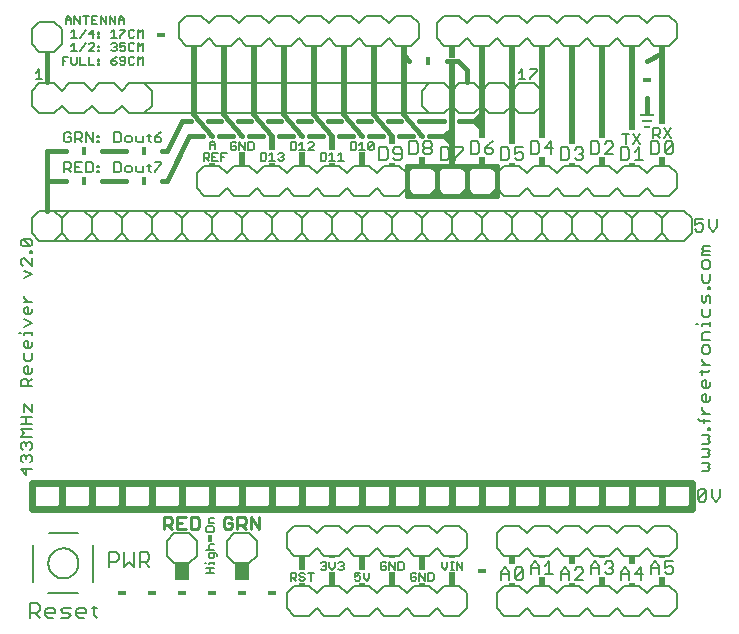
<source format=gto>
G75*
G70*
%OFA0B0*%
%FSLAX24Y24*%
%IPPOS*%
%LPD*%
%AMOC8*
5,1,8,0,0,1.08239X$1,22.5*
%
%ADD10C,0.0080*%
%ADD11C,0.0090*%
%ADD12R,0.0500X0.0550*%
%ADD13C,0.0050*%
%ADD14C,0.0070*%
%ADD15R,0.0200X0.0450*%
%ADD16R,0.0200X0.0100*%
%ADD17R,0.0200X0.0300*%
%ADD18R,0.0200X0.2800*%
%ADD19C,0.0220*%
%ADD20C,0.0240*%
%ADD21R,0.0200X0.2600*%
%ADD22R,0.0200X0.3100*%
%ADD23R,0.0200X0.3300*%
%ADD24R,0.0200X0.3400*%
%ADD25R,0.0200X0.2300*%
%ADD26C,0.0160*%
%ADD27C,0.0060*%
%ADD28C,0.0100*%
%ADD29R,0.0200X0.0500*%
%ADD30R,0.0200X0.0400*%
%ADD31R,0.0500X0.0100*%
%ADD32R,0.0360X0.0100*%
%ADD33R,0.0300X0.0180*%
%ADD34R,0.0180X0.0300*%
D10*
X000642Y000994D02*
X000642Y001475D01*
X000882Y001475D01*
X000962Y001395D01*
X000962Y001235D01*
X000882Y001154D01*
X000642Y001154D01*
X000802Y001154D02*
X000962Y000994D01*
X001157Y001074D02*
X001157Y001235D01*
X001237Y001315D01*
X001397Y001315D01*
X001477Y001235D01*
X001477Y001154D01*
X001157Y001154D01*
X001157Y001074D02*
X001237Y000994D01*
X001397Y000994D01*
X001673Y000994D02*
X001913Y000994D01*
X001993Y001074D01*
X001913Y001154D01*
X001753Y001154D01*
X001673Y001235D01*
X001753Y001315D01*
X001993Y001315D01*
X002188Y001235D02*
X002188Y001074D01*
X002269Y000994D01*
X002429Y000994D01*
X002509Y001154D02*
X002188Y001154D01*
X002188Y001235D02*
X002269Y001315D01*
X002429Y001315D01*
X002509Y001235D01*
X002509Y001154D01*
X002704Y001315D02*
X002864Y001315D01*
X002784Y001395D02*
X002784Y001074D01*
X002864Y000994D01*
X002240Y001804D02*
X001252Y001804D01*
X000752Y002198D02*
X000752Y003411D01*
X001263Y003804D02*
X002240Y003804D01*
X002752Y003411D02*
X002752Y002198D01*
X003272Y002694D02*
X003272Y003175D01*
X003512Y003175D01*
X003592Y003095D01*
X003592Y002935D01*
X003512Y002854D01*
X003272Y002854D01*
X003787Y002694D02*
X003787Y003175D01*
X004107Y003175D02*
X004107Y002694D01*
X003947Y002854D01*
X003787Y002694D01*
X004303Y002694D02*
X004303Y003175D01*
X004543Y003175D01*
X004623Y003095D01*
X004623Y002935D01*
X004543Y002854D01*
X004303Y002854D01*
X004463Y002854D02*
X004623Y002694D01*
X005202Y003054D02*
X005452Y002804D01*
X005952Y002804D01*
X006202Y003054D01*
X006202Y003554D01*
X005952Y003804D01*
X005452Y003804D01*
X005202Y003554D01*
X005202Y003054D01*
X005452Y004554D02*
X004952Y004554D01*
X004702Y004804D01*
X004452Y004554D01*
X003952Y004554D01*
X003702Y004804D01*
X003452Y004554D01*
X002952Y004554D01*
X002702Y004804D01*
X002452Y004554D01*
X001952Y004554D01*
X001702Y004804D01*
X001452Y004554D01*
X000952Y004554D01*
X000702Y004804D01*
X000702Y005304D01*
X000952Y005554D01*
X001452Y005554D01*
X001702Y005304D01*
X001952Y005554D01*
X002452Y005554D01*
X002702Y005304D01*
X002952Y005554D01*
X003452Y005554D01*
X003702Y005304D01*
X003952Y005554D01*
X004452Y005554D01*
X004702Y005304D01*
X004952Y005554D01*
X005452Y005554D01*
X005702Y005304D01*
X005952Y005554D01*
X006452Y005554D01*
X006702Y005304D01*
X006952Y005554D01*
X007452Y005554D01*
X007702Y005304D01*
X007952Y005554D01*
X008452Y005554D01*
X008702Y005304D01*
X008952Y005554D01*
X009452Y005554D01*
X009702Y005304D01*
X009952Y005554D01*
X010452Y005554D01*
X010702Y005304D01*
X010952Y005554D01*
X011452Y005554D01*
X011702Y005304D01*
X011952Y005554D01*
X012452Y005554D01*
X012702Y005304D01*
X012952Y005554D01*
X013452Y005554D01*
X013702Y005304D01*
X013952Y005554D01*
X014452Y005554D01*
X014702Y005304D01*
X014952Y005554D01*
X015452Y005554D01*
X015702Y005304D01*
X015952Y005554D01*
X016452Y005554D01*
X016702Y005304D01*
X016952Y005554D01*
X017452Y005554D01*
X017702Y005304D01*
X017952Y005554D01*
X018452Y005554D01*
X018702Y005304D01*
X018952Y005554D01*
X019452Y005554D01*
X019702Y005304D01*
X019952Y005554D01*
X020452Y005554D01*
X020702Y005304D01*
X020952Y005554D01*
X021452Y005554D01*
X021702Y005304D01*
X021952Y005554D01*
X022452Y005554D01*
X022702Y005304D01*
X022702Y004804D01*
X022452Y004554D01*
X021952Y004554D01*
X021702Y004804D01*
X021452Y004554D01*
X020952Y004554D01*
X020702Y004804D01*
X020452Y004554D01*
X019952Y004554D01*
X019702Y004804D01*
X019452Y004554D01*
X018952Y004554D01*
X018702Y004804D01*
X018452Y004554D01*
X017952Y004554D01*
X017702Y004804D01*
X017452Y004554D01*
X016952Y004554D01*
X016702Y004804D01*
X016452Y004554D01*
X015952Y004554D01*
X015702Y004804D01*
X015452Y004554D01*
X014952Y004554D01*
X014702Y004804D01*
X014452Y004554D01*
X013952Y004554D01*
X013702Y004804D01*
X013452Y004554D01*
X012952Y004554D01*
X012702Y004804D01*
X012452Y004554D01*
X011952Y004554D01*
X011702Y004804D01*
X011452Y004554D01*
X010952Y004554D01*
X010702Y004804D01*
X010452Y004554D01*
X009952Y004554D01*
X009702Y004804D01*
X009452Y004554D01*
X008952Y004554D01*
X008702Y004804D01*
X008452Y004554D01*
X007952Y004554D01*
X007702Y004804D01*
X007452Y004554D01*
X006952Y004554D01*
X006702Y004804D01*
X006452Y004554D01*
X005952Y004554D01*
X005702Y004804D01*
X005452Y004554D01*
X007202Y003554D02*
X007202Y003054D01*
X007452Y002804D01*
X007952Y002804D01*
X008202Y003054D01*
X008202Y003554D01*
X007952Y003804D01*
X007452Y003804D01*
X007202Y003554D01*
X009202Y003304D02*
X009452Y003054D01*
X009952Y003054D01*
X010202Y003304D01*
X010452Y003054D01*
X010952Y003054D01*
X011202Y003304D01*
X011452Y003054D01*
X011952Y003054D01*
X012202Y003304D01*
X012452Y003054D01*
X012952Y003054D01*
X013202Y003304D01*
X013452Y003054D01*
X013952Y003054D01*
X014202Y003304D01*
X014452Y003054D01*
X014952Y003054D01*
X015202Y003304D01*
X015202Y003804D01*
X014952Y004054D01*
X014452Y004054D01*
X014202Y003804D01*
X013952Y004054D01*
X013452Y004054D01*
X013202Y003804D01*
X012952Y004054D01*
X012452Y004054D01*
X012202Y003804D01*
X011952Y004054D01*
X011452Y004054D01*
X011202Y003804D01*
X010952Y004054D01*
X010452Y004054D01*
X010202Y003804D01*
X009952Y004054D01*
X009452Y004054D01*
X009202Y003804D01*
X009202Y003304D01*
X009452Y002054D02*
X009202Y001804D01*
X009202Y001304D01*
X009452Y001054D01*
X009952Y001054D01*
X010202Y001304D01*
X010452Y001054D01*
X010952Y001054D01*
X011202Y001304D01*
X011452Y001054D01*
X011952Y001054D01*
X012202Y001304D01*
X012452Y001054D01*
X012952Y001054D01*
X013202Y001304D01*
X013452Y001054D01*
X013952Y001054D01*
X014202Y001304D01*
X014452Y001054D01*
X014952Y001054D01*
X015202Y001304D01*
X015202Y001804D01*
X014952Y002054D01*
X014452Y002054D01*
X014202Y001804D01*
X013952Y002054D01*
X013452Y002054D01*
X013202Y001804D01*
X012952Y002054D01*
X012452Y002054D01*
X012202Y001804D01*
X011952Y002054D01*
X011452Y002054D01*
X011202Y001804D01*
X010952Y002054D01*
X010452Y002054D01*
X010202Y001804D01*
X009952Y002054D01*
X009452Y002054D01*
X016202Y001804D02*
X016202Y001304D01*
X016452Y001054D01*
X016952Y001054D01*
X017202Y001304D01*
X017452Y001054D01*
X017952Y001054D01*
X018202Y001304D01*
X018452Y001054D01*
X018952Y001054D01*
X019202Y001304D01*
X019452Y001054D01*
X019952Y001054D01*
X020202Y001304D01*
X020452Y001054D01*
X020952Y001054D01*
X021202Y001304D01*
X021452Y001054D01*
X021952Y001054D01*
X022202Y001304D01*
X022202Y001804D01*
X021952Y002054D01*
X021452Y002054D01*
X021202Y001804D01*
X020952Y002054D01*
X020452Y002054D01*
X020202Y001804D01*
X019952Y002054D01*
X019452Y002054D01*
X019202Y001804D01*
X018952Y002054D01*
X018452Y002054D01*
X018202Y001804D01*
X017952Y002054D01*
X017452Y002054D01*
X017202Y001804D01*
X016952Y002054D01*
X016452Y002054D01*
X016202Y001804D01*
X016452Y003054D02*
X016952Y003054D01*
X017202Y003304D01*
X017452Y003054D01*
X017952Y003054D01*
X018202Y003304D01*
X018452Y003054D01*
X018952Y003054D01*
X019202Y003304D01*
X019452Y003054D01*
X019952Y003054D01*
X020202Y003304D01*
X020452Y003054D01*
X020952Y003054D01*
X021202Y003304D01*
X021452Y003054D01*
X021952Y003054D01*
X022202Y003304D01*
X022202Y003804D01*
X021952Y004054D01*
X021452Y004054D01*
X021202Y003804D01*
X020952Y004054D01*
X020452Y004054D01*
X020202Y003804D01*
X019952Y004054D01*
X019452Y004054D01*
X019202Y003804D01*
X018952Y004054D01*
X018452Y004054D01*
X018202Y003804D01*
X017952Y004054D01*
X017452Y004054D01*
X017202Y003804D01*
X016952Y004054D01*
X016452Y004054D01*
X016202Y003804D01*
X016202Y003304D01*
X016452Y003054D01*
X022902Y004934D02*
X023182Y005215D01*
X023182Y004934D01*
X023112Y004864D01*
X022972Y004864D01*
X022902Y004934D01*
X022902Y005215D01*
X022972Y005285D01*
X023112Y005285D01*
X023182Y005215D01*
X023362Y005285D02*
X023362Y005004D01*
X023502Y004864D01*
X023642Y005004D01*
X023642Y005285D01*
X023252Y005874D02*
X023041Y005874D01*
X023252Y005874D02*
X023322Y005944D01*
X023252Y006014D01*
X023322Y006084D01*
X023252Y006155D01*
X023041Y006155D01*
X023041Y006335D02*
X023252Y006335D01*
X023322Y006405D01*
X023252Y006475D01*
X023322Y006545D01*
X023252Y006615D01*
X023041Y006615D01*
X023041Y006795D02*
X023252Y006795D01*
X023322Y006865D01*
X023252Y006935D01*
X023322Y007005D01*
X023252Y007075D01*
X023041Y007075D01*
X023252Y007255D02*
X023252Y007325D01*
X023322Y007325D01*
X023322Y007255D01*
X023252Y007255D01*
X023111Y007486D02*
X023111Y007626D01*
X022971Y007556D02*
X023322Y007556D01*
X023322Y007792D02*
X023041Y007792D01*
X023181Y007792D02*
X023041Y007933D01*
X023041Y008003D01*
X023111Y008176D02*
X023041Y008246D01*
X023041Y008386D01*
X023111Y008456D01*
X023181Y008456D01*
X023181Y008176D01*
X023111Y008176D02*
X023252Y008176D01*
X023322Y008246D01*
X023322Y008386D01*
X023252Y008636D02*
X023111Y008636D01*
X023041Y008706D01*
X023041Y008847D01*
X023111Y008917D01*
X023181Y008917D01*
X023181Y008636D01*
X023252Y008636D02*
X023322Y008706D01*
X023322Y008847D01*
X023252Y009167D02*
X022971Y009167D01*
X023041Y009097D02*
X023041Y009237D01*
X023041Y009404D02*
X023322Y009404D01*
X023181Y009404D02*
X023041Y009544D01*
X023041Y009614D01*
X023111Y009787D02*
X023041Y009857D01*
X023041Y009997D01*
X023111Y010068D01*
X023252Y010068D01*
X023322Y009997D01*
X023322Y009857D01*
X023252Y009787D01*
X023111Y009787D01*
X023041Y010248D02*
X023041Y010458D01*
X023111Y010528D01*
X023322Y010528D01*
X023322Y010708D02*
X023322Y010848D01*
X023322Y010778D02*
X023041Y010778D01*
X023041Y010708D01*
X022901Y010778D02*
X022831Y010778D01*
X023111Y011015D02*
X023041Y011085D01*
X023041Y011295D01*
X023111Y011475D02*
X023041Y011545D01*
X023041Y011755D01*
X023181Y011685D02*
X023181Y011545D01*
X023111Y011475D01*
X023322Y011475D02*
X023322Y011685D01*
X023252Y011755D01*
X023181Y011685D01*
X023252Y011936D02*
X023252Y012006D01*
X023322Y012006D01*
X023322Y011936D01*
X023252Y011936D01*
X023252Y012166D02*
X023322Y012236D01*
X023322Y012446D01*
X023252Y012626D02*
X023322Y012696D01*
X023322Y012836D01*
X023252Y012906D01*
X023111Y012906D01*
X023041Y012836D01*
X023041Y012696D01*
X023111Y012626D01*
X023252Y012626D01*
X023041Y012446D02*
X023041Y012236D01*
X023111Y012166D01*
X023252Y012166D01*
X023322Y011295D02*
X023322Y011085D01*
X023252Y011015D01*
X023111Y011015D01*
X023041Y010248D02*
X023322Y010248D01*
X023322Y009237D02*
X023252Y009167D01*
X022901Y007626D02*
X022971Y007556D01*
X023041Y013086D02*
X023041Y013156D01*
X023111Y013227D01*
X023041Y013297D01*
X023111Y013367D01*
X023322Y013367D01*
X023322Y013227D02*
X023111Y013227D01*
X023041Y013086D02*
X023322Y013086D01*
X023402Y013864D02*
X023542Y014004D01*
X023542Y014285D01*
X023262Y014285D02*
X023262Y014004D01*
X023402Y013864D01*
X023082Y013934D02*
X023012Y013864D01*
X022872Y013864D01*
X022802Y013934D01*
X022802Y014074D02*
X022942Y014145D01*
X023012Y014145D01*
X023082Y014074D01*
X023082Y013934D01*
X022802Y014074D02*
X022802Y014285D01*
X023082Y014285D01*
X022702Y014304D02*
X022702Y013804D01*
X022452Y013554D01*
X021952Y013554D01*
X021702Y013804D01*
X021452Y013554D01*
X020952Y013554D01*
X020702Y013804D01*
X020452Y013554D01*
X019952Y013554D01*
X019702Y013804D01*
X019452Y013554D01*
X018952Y013554D01*
X018702Y013804D01*
X018452Y013554D01*
X017952Y013554D01*
X017702Y013804D01*
X017452Y013554D01*
X016952Y013554D01*
X016702Y013804D01*
X016452Y013554D01*
X015952Y013554D01*
X015702Y013804D01*
X015452Y013554D01*
X014952Y013554D01*
X014702Y013804D01*
X014452Y013554D01*
X013952Y013554D01*
X013702Y013804D01*
X013452Y013554D01*
X012952Y013554D01*
X012702Y013804D01*
X012452Y013554D01*
X011952Y013554D01*
X011702Y013804D01*
X011452Y013554D01*
X010952Y013554D01*
X010702Y013804D01*
X010452Y013554D01*
X009952Y013554D01*
X009702Y013804D01*
X009452Y013554D01*
X008952Y013554D01*
X008702Y013804D01*
X008452Y013554D01*
X007952Y013554D01*
X007702Y013804D01*
X007452Y013554D01*
X006952Y013554D01*
X006702Y013804D01*
X006452Y013554D01*
X005952Y013554D01*
X005702Y013804D01*
X005452Y013554D01*
X004952Y013554D01*
X004702Y013804D01*
X004452Y013554D01*
X003952Y013554D01*
X003702Y013804D01*
X003452Y013554D01*
X002952Y013554D01*
X002702Y013804D01*
X002452Y013554D01*
X001952Y013554D01*
X001702Y013804D01*
X001452Y013554D01*
X000952Y013554D01*
X000702Y013804D01*
X000702Y014304D01*
X000952Y014554D01*
X001452Y014554D01*
X001702Y014304D01*
X001952Y014554D01*
X002452Y014554D01*
X002702Y014304D01*
X002952Y014554D01*
X003452Y014554D01*
X003702Y014304D01*
X003952Y014554D01*
X004452Y014554D01*
X004702Y014304D01*
X004952Y014554D01*
X005452Y014554D01*
X005702Y014304D01*
X005952Y014554D01*
X006452Y014554D01*
X006702Y014304D01*
X006952Y014554D01*
X007452Y014554D01*
X007702Y014304D01*
X007952Y014554D01*
X008452Y014554D01*
X008702Y014304D01*
X008952Y014554D01*
X009452Y014554D01*
X009702Y014304D01*
X009952Y014554D01*
X010452Y014554D01*
X010702Y014304D01*
X010952Y014554D01*
X011452Y014554D01*
X011702Y014304D01*
X011952Y014554D01*
X012452Y014554D01*
X012702Y014304D01*
X012952Y014554D01*
X013452Y014554D01*
X013702Y014304D01*
X013952Y014554D01*
X014452Y014554D01*
X014702Y014304D01*
X014952Y014554D01*
X015452Y014554D01*
X015702Y014304D01*
X015952Y014554D01*
X016452Y014554D01*
X016702Y014304D01*
X016952Y014554D01*
X017452Y014554D01*
X017702Y014304D01*
X017952Y014554D01*
X018452Y014554D01*
X018702Y014304D01*
X018952Y014554D01*
X019452Y014554D01*
X019702Y014304D01*
X019952Y014554D01*
X020452Y014554D01*
X020702Y014304D01*
X020952Y014554D01*
X021452Y014554D01*
X021702Y014304D01*
X021952Y014554D01*
X022452Y014554D01*
X022702Y014304D01*
X022202Y014554D02*
X001202Y014554D01*
X001702Y014304D02*
X001702Y013804D01*
X001202Y013554D02*
X022052Y013554D01*
X021702Y013804D02*
X021702Y014304D01*
X021952Y015054D02*
X021452Y015054D01*
X021202Y015304D01*
X020952Y015054D01*
X020452Y015054D01*
X020202Y015304D01*
X019952Y015054D01*
X019452Y015054D01*
X019202Y015304D01*
X018952Y015054D01*
X018452Y015054D01*
X018202Y015304D01*
X017952Y015054D01*
X017452Y015054D01*
X017202Y015304D01*
X016952Y015054D01*
X016452Y015054D01*
X016202Y015304D01*
X015952Y015054D01*
X015452Y015054D01*
X015202Y015304D01*
X014952Y015054D01*
X014452Y015054D01*
X014202Y015304D01*
X014202Y015804D01*
X014452Y016054D01*
X014952Y016054D01*
X015202Y015804D01*
X015452Y016054D01*
X015952Y016054D01*
X016202Y015804D01*
X016452Y016054D01*
X016952Y016054D01*
X017202Y015804D01*
X017452Y016054D01*
X017952Y016054D01*
X018202Y015804D01*
X018452Y016054D01*
X018952Y016054D01*
X019202Y015804D01*
X019452Y016054D01*
X019952Y016054D01*
X020202Y015804D01*
X020452Y016054D01*
X020952Y016054D01*
X021202Y015804D01*
X021452Y016054D01*
X021952Y016054D01*
X022202Y015804D01*
X022202Y015304D01*
X021952Y015054D01*
X020702Y014304D02*
X020702Y013804D01*
X019702Y013804D02*
X019702Y014304D01*
X018702Y014304D02*
X018702Y013804D01*
X017702Y013804D02*
X017702Y014304D01*
X016702Y014304D02*
X016702Y013804D01*
X015702Y013804D02*
X015702Y014304D01*
X014702Y014304D02*
X014702Y013804D01*
X013702Y013804D02*
X013702Y014304D01*
X013952Y015054D02*
X013452Y015054D01*
X013202Y015304D01*
X012952Y015054D01*
X012452Y015054D01*
X012202Y015304D01*
X011952Y015054D01*
X011452Y015054D01*
X011202Y015304D01*
X010952Y015054D01*
X010452Y015054D01*
X010202Y015304D01*
X009952Y015054D01*
X009452Y015054D01*
X009202Y015304D01*
X008952Y015054D01*
X008452Y015054D01*
X008202Y015304D01*
X007952Y015054D01*
X007452Y015054D01*
X007202Y015304D01*
X006952Y015054D01*
X006452Y015054D01*
X006202Y015304D01*
X006202Y015804D01*
X006452Y016054D01*
X006952Y016054D01*
X007202Y015804D01*
X007452Y016054D01*
X007952Y016054D01*
X008202Y015804D01*
X008452Y016054D01*
X008952Y016054D01*
X009202Y015804D01*
X009452Y016054D01*
X009952Y016054D01*
X010202Y015804D01*
X010452Y016054D01*
X010952Y016054D01*
X011202Y015804D01*
X011452Y016054D01*
X011952Y016054D01*
X012202Y015804D01*
X012452Y016054D01*
X012952Y016054D01*
X013202Y015804D01*
X013452Y016054D01*
X013952Y016054D01*
X014202Y015804D01*
X014202Y015304D01*
X013952Y015054D01*
X012702Y014304D02*
X012702Y013804D01*
X011702Y013804D02*
X011702Y014304D01*
X010702Y014304D02*
X010702Y013804D01*
X009702Y013804D02*
X009702Y014304D01*
X008702Y014304D02*
X008702Y013804D01*
X007702Y013804D02*
X007702Y014304D01*
X006702Y014304D02*
X006702Y013804D01*
X005702Y013804D02*
X005702Y014304D01*
X004702Y014304D02*
X004702Y013804D01*
X003702Y013804D02*
X003702Y014304D01*
X002702Y014304D02*
X002702Y013804D01*
X000712Y013558D02*
X000712Y013431D01*
X000648Y013368D01*
X000395Y013622D01*
X000648Y013622D01*
X000712Y013558D01*
X000648Y013368D02*
X000395Y013368D01*
X000331Y013431D01*
X000331Y013558D01*
X000395Y013622D01*
X000648Y013220D02*
X000712Y013220D01*
X000712Y013156D01*
X000648Y013156D01*
X000648Y013220D01*
X000712Y012986D02*
X000712Y012733D01*
X000458Y012986D01*
X000395Y012986D01*
X000331Y012923D01*
X000331Y012796D01*
X000395Y012733D01*
X000458Y012563D02*
X000712Y012436D01*
X000458Y012309D01*
X000458Y011723D02*
X000458Y011660D01*
X000585Y011533D01*
X000712Y011533D02*
X000458Y011533D01*
X000521Y011363D02*
X000458Y011299D01*
X000458Y011173D01*
X000521Y011109D01*
X000648Y011109D01*
X000712Y011173D01*
X000712Y011299D01*
X000585Y011363D02*
X000585Y011109D01*
X000458Y010939D02*
X000712Y010812D01*
X000458Y010686D01*
X000458Y010467D02*
X000712Y010467D01*
X000712Y010530D02*
X000712Y010403D01*
X000585Y010233D02*
X000585Y009980D01*
X000648Y009980D02*
X000521Y009980D01*
X000458Y010043D01*
X000458Y010170D01*
X000521Y010233D01*
X000585Y010233D01*
X000712Y010170D02*
X000712Y010043D01*
X000648Y009980D01*
X000712Y009810D02*
X000712Y009620D01*
X000648Y009556D01*
X000521Y009556D01*
X000458Y009620D01*
X000458Y009810D01*
X000521Y009386D02*
X000458Y009323D01*
X000458Y009196D01*
X000521Y009133D01*
X000648Y009133D01*
X000712Y009196D01*
X000712Y009323D01*
X000585Y009386D02*
X000585Y009133D01*
X000521Y008963D02*
X000395Y008963D01*
X000331Y008899D01*
X000331Y008709D01*
X000712Y008709D01*
X000585Y008709D02*
X000585Y008899D01*
X000521Y008963D01*
X000585Y008836D02*
X000712Y008963D01*
X000585Y009386D02*
X000521Y009386D01*
X000458Y010403D02*
X000458Y010467D01*
X000331Y010467D02*
X000268Y010467D01*
X000521Y011363D02*
X000585Y011363D01*
X000712Y008116D02*
X000712Y007862D01*
X000458Y008116D01*
X000458Y007862D01*
X000521Y007692D02*
X000521Y007439D01*
X000331Y007439D02*
X000712Y007439D01*
X000712Y007269D02*
X000331Y007269D01*
X000458Y007142D01*
X000331Y007015D01*
X000712Y007015D01*
X000648Y006845D02*
X000712Y006782D01*
X000712Y006655D01*
X000648Y006591D01*
X000648Y006421D02*
X000712Y006358D01*
X000712Y006231D01*
X000648Y006168D01*
X000521Y006295D02*
X000521Y006358D01*
X000585Y006421D01*
X000648Y006421D01*
X000521Y006358D02*
X000458Y006421D01*
X000395Y006421D01*
X000331Y006358D01*
X000331Y006231D01*
X000395Y006168D01*
X000521Y005998D02*
X000521Y005744D01*
X000331Y005934D01*
X000712Y005934D01*
X000395Y006591D02*
X000331Y006655D01*
X000331Y006782D01*
X000395Y006845D01*
X000458Y006845D01*
X000521Y006782D01*
X000585Y006845D01*
X000648Y006845D01*
X000521Y006782D02*
X000521Y006718D01*
X000331Y007692D02*
X000712Y007692D01*
X001252Y002804D02*
X001254Y002848D01*
X001260Y002892D01*
X001270Y002935D01*
X001283Y002977D01*
X001300Y003018D01*
X001321Y003057D01*
X001345Y003094D01*
X001372Y003129D01*
X001402Y003161D01*
X001435Y003191D01*
X001471Y003217D01*
X001508Y003241D01*
X001548Y003260D01*
X001589Y003277D01*
X001632Y003289D01*
X001675Y003298D01*
X001719Y003303D01*
X001763Y003304D01*
X001807Y003301D01*
X001851Y003294D01*
X001894Y003283D01*
X001936Y003269D01*
X001976Y003251D01*
X002015Y003229D01*
X002051Y003205D01*
X002085Y003177D01*
X002117Y003146D01*
X002146Y003112D01*
X002172Y003076D01*
X002194Y003038D01*
X002213Y002998D01*
X002228Y002956D01*
X002240Y002914D01*
X002248Y002870D01*
X002252Y002826D01*
X002252Y002782D01*
X002248Y002738D01*
X002240Y002694D01*
X002228Y002652D01*
X002213Y002610D01*
X002194Y002570D01*
X002172Y002532D01*
X002146Y002496D01*
X002117Y002462D01*
X002085Y002431D01*
X002051Y002403D01*
X002015Y002379D01*
X001976Y002357D01*
X001936Y002339D01*
X001894Y002325D01*
X001851Y002314D01*
X001807Y002307D01*
X001763Y002304D01*
X001719Y002305D01*
X001675Y002310D01*
X001632Y002319D01*
X001589Y002331D01*
X001548Y002348D01*
X001508Y002367D01*
X001471Y002391D01*
X001435Y002417D01*
X001402Y002447D01*
X001372Y002479D01*
X001345Y002514D01*
X001321Y002551D01*
X001300Y002590D01*
X001283Y002631D01*
X001270Y002673D01*
X001260Y002716D01*
X001254Y002760D01*
X001252Y002804D01*
X001452Y017804D02*
X000952Y017804D01*
X000702Y018054D01*
X000702Y018554D01*
X000952Y018804D01*
X001452Y018804D01*
X001702Y018554D01*
X001952Y018804D01*
X002452Y018804D01*
X002702Y018554D01*
X002952Y018804D01*
X003452Y018804D01*
X003702Y018554D01*
X003952Y018804D01*
X004202Y018804D01*
X014202Y018804D01*
X014452Y018804D01*
X014702Y018554D01*
X014952Y018804D01*
X015452Y018804D01*
X015702Y018554D01*
X015952Y018804D01*
X016452Y018804D01*
X016702Y018554D01*
X016952Y018804D01*
X017452Y018804D01*
X017702Y018554D01*
X017702Y018054D01*
X017452Y017804D01*
X016952Y017804D01*
X016702Y018054D01*
X016452Y017804D01*
X015952Y017804D01*
X015702Y018054D01*
X015452Y017804D01*
X014952Y017804D01*
X014702Y018054D01*
X014452Y017804D01*
X014202Y017804D01*
X004202Y017804D01*
X003952Y017804D01*
X003702Y018054D01*
X003452Y017804D01*
X002952Y017804D01*
X002702Y018054D01*
X002452Y017804D01*
X001952Y017804D01*
X001702Y018054D01*
X001452Y017804D01*
X001452Y019854D02*
X000952Y019854D01*
X000702Y020104D01*
X000702Y020604D01*
X000952Y020854D01*
X001452Y020854D01*
X001702Y020604D01*
X001702Y020104D01*
X001452Y019854D01*
X004202Y018804D02*
X004452Y018804D01*
X004702Y018554D01*
X004702Y018054D01*
X004452Y017804D01*
X004202Y017804D01*
X005852Y020054D02*
X005602Y020304D01*
X005602Y020804D01*
X005852Y021054D01*
X006352Y021054D01*
X006602Y020804D01*
X006852Y021054D01*
X007352Y021054D01*
X007602Y020804D01*
X007852Y021054D01*
X008352Y021054D01*
X008602Y020804D01*
X008852Y021054D01*
X009352Y021054D01*
X009602Y020804D01*
X009852Y021054D01*
X010352Y021054D01*
X010602Y020804D01*
X010852Y021054D01*
X011352Y021054D01*
X011602Y020804D01*
X011852Y021054D01*
X012352Y021054D01*
X012602Y020804D01*
X012852Y021054D01*
X013352Y021054D01*
X013602Y020804D01*
X013602Y020304D01*
X013352Y020054D01*
X012852Y020054D01*
X012602Y020304D01*
X012352Y020054D01*
X011852Y020054D01*
X011602Y020304D01*
X011352Y020054D01*
X010852Y020054D01*
X010602Y020304D01*
X010352Y020054D01*
X009852Y020054D01*
X009602Y020304D01*
X009352Y020054D01*
X008852Y020054D01*
X008602Y020304D01*
X008352Y020054D01*
X007852Y020054D01*
X007602Y020304D01*
X007352Y020054D01*
X006852Y020054D01*
X006602Y020304D01*
X006352Y020054D01*
X005852Y020054D01*
X013702Y018554D02*
X013702Y018054D01*
X013952Y017804D01*
X014202Y017804D01*
X013702Y018554D02*
X013952Y018804D01*
X014202Y018804D01*
X014452Y020054D02*
X014202Y020304D01*
X014202Y020804D01*
X014452Y021054D01*
X014952Y021054D01*
X015202Y020804D01*
X015452Y021054D01*
X015952Y021054D01*
X016202Y020804D01*
X016452Y021054D01*
X016952Y021054D01*
X017202Y020804D01*
X017452Y021054D01*
X017952Y021054D01*
X018202Y020804D01*
X018452Y021054D01*
X018952Y021054D01*
X019202Y020804D01*
X019452Y021054D01*
X019952Y021054D01*
X020202Y020804D01*
X020452Y021054D01*
X020952Y021054D01*
X021202Y020804D01*
X021452Y021054D01*
X021952Y021054D01*
X022202Y020804D01*
X022202Y020304D01*
X021952Y020054D01*
X021452Y020054D01*
X021202Y020304D01*
X020952Y020054D01*
X020452Y020054D01*
X020202Y020304D01*
X019952Y020054D01*
X019452Y020054D01*
X019202Y020304D01*
X018952Y020054D01*
X018452Y020054D01*
X018202Y020304D01*
X017952Y020054D01*
X017452Y020054D01*
X017202Y020304D01*
X016952Y020054D01*
X016452Y020054D01*
X016202Y020304D01*
X015952Y020054D01*
X015452Y020054D01*
X015202Y020304D01*
X014952Y020054D01*
X014452Y020054D01*
D11*
X008291Y004360D02*
X008291Y003949D01*
X008017Y004360D01*
X008017Y003949D01*
X007830Y003949D02*
X007694Y004086D01*
X007762Y004086D02*
X007557Y004086D01*
X007557Y003949D02*
X007557Y004360D01*
X007762Y004360D01*
X007830Y004291D01*
X007830Y004154D01*
X007762Y004086D01*
X007370Y004018D02*
X007302Y003949D01*
X007165Y003949D01*
X007097Y004018D01*
X007097Y004291D01*
X007165Y004360D01*
X007302Y004360D01*
X007370Y004291D01*
X007370Y004154D02*
X007233Y004154D01*
X007370Y004154D02*
X007370Y004018D01*
X006291Y004018D02*
X006291Y004291D01*
X006222Y004360D01*
X006017Y004360D01*
X006017Y003949D01*
X006222Y003949D01*
X006291Y004018D01*
X005830Y003949D02*
X005557Y003949D01*
X005557Y004360D01*
X005830Y004360D01*
X005694Y004154D02*
X005557Y004154D01*
X005370Y004154D02*
X005370Y004291D01*
X005302Y004360D01*
X005097Y004360D01*
X005097Y003949D01*
X005097Y004086D02*
X005302Y004086D01*
X005370Y004154D01*
X005233Y004086D02*
X005370Y003949D01*
D12*
X005702Y002529D03*
X007702Y002529D03*
D13*
X006777Y002479D02*
X006506Y002479D01*
X006641Y002479D02*
X006641Y002659D01*
X006596Y002774D02*
X006596Y002819D01*
X006777Y002819D01*
X006777Y002774D02*
X006777Y002864D01*
X006732Y002970D02*
X006777Y003015D01*
X006777Y003151D01*
X006822Y003151D02*
X006596Y003151D01*
X006596Y003015D01*
X006641Y002970D01*
X006732Y002970D01*
X006867Y003060D02*
X006867Y003105D01*
X006822Y003151D01*
X006777Y003265D02*
X006506Y003265D01*
X006596Y003310D02*
X006596Y003400D01*
X006641Y003445D01*
X006777Y003445D01*
X006687Y003560D02*
X006687Y003740D01*
X006596Y003740D02*
X006596Y003560D01*
X006551Y003854D02*
X006732Y003854D01*
X006777Y003899D01*
X006777Y003989D01*
X006732Y004034D01*
X006551Y004034D01*
X006506Y003989D01*
X006506Y003899D01*
X006551Y003854D01*
X006596Y004149D02*
X006596Y004284D01*
X006641Y004329D01*
X006777Y004329D01*
X006777Y004149D02*
X006596Y004149D01*
X006596Y003310D02*
X006641Y003265D01*
X006506Y002819D02*
X006461Y002819D01*
X006506Y002659D02*
X006777Y002659D01*
X009327Y002500D02*
X009327Y002229D01*
X009327Y002319D02*
X009462Y002319D01*
X009507Y002364D01*
X009507Y002454D01*
X009462Y002500D01*
X009327Y002500D01*
X009417Y002319D02*
X009507Y002229D01*
X009621Y002274D02*
X009666Y002229D01*
X009756Y002229D01*
X009801Y002274D01*
X009801Y002319D01*
X009756Y002364D01*
X009666Y002364D01*
X009621Y002409D01*
X009621Y002454D01*
X009666Y002500D01*
X009756Y002500D01*
X009801Y002454D01*
X009916Y002500D02*
X010096Y002500D01*
X010006Y002500D02*
X010006Y002229D01*
X010372Y002579D02*
X010327Y002624D01*
X010372Y002579D02*
X010462Y002579D01*
X010507Y002624D01*
X010507Y002669D01*
X010462Y002714D01*
X010417Y002714D01*
X010462Y002714D02*
X010507Y002759D01*
X010507Y002804D01*
X010462Y002850D01*
X010372Y002850D01*
X010327Y002804D01*
X010621Y002850D02*
X010621Y002669D01*
X010711Y002579D01*
X010801Y002669D01*
X010801Y002850D01*
X010916Y002804D02*
X010961Y002850D01*
X011051Y002850D01*
X011096Y002804D01*
X011096Y002759D01*
X011051Y002714D01*
X011096Y002669D01*
X011096Y002624D01*
X011051Y002579D01*
X010961Y002579D01*
X010916Y002624D01*
X011006Y002714D02*
X011051Y002714D01*
X011477Y002500D02*
X011477Y002364D01*
X011567Y002409D01*
X011612Y002409D01*
X011657Y002364D01*
X011657Y002274D01*
X011612Y002229D01*
X011522Y002229D01*
X011477Y002274D01*
X011477Y002500D02*
X011657Y002500D01*
X011771Y002500D02*
X011771Y002319D01*
X011861Y002229D01*
X011951Y002319D01*
X011951Y002500D01*
X012327Y002624D02*
X012372Y002579D01*
X012462Y002579D01*
X012507Y002624D01*
X012507Y002714D01*
X012417Y002714D01*
X012327Y002804D02*
X012327Y002624D01*
X012327Y002804D02*
X012372Y002850D01*
X012462Y002850D01*
X012507Y002804D01*
X012621Y002850D02*
X012621Y002579D01*
X012801Y002579D02*
X012621Y002850D01*
X012801Y002850D02*
X012801Y002579D01*
X012916Y002579D02*
X013051Y002579D01*
X013096Y002624D01*
X013096Y002804D01*
X013051Y002850D01*
X012916Y002850D01*
X012916Y002579D01*
X013327Y002454D02*
X013327Y002274D01*
X013372Y002229D01*
X013462Y002229D01*
X013507Y002274D01*
X013507Y002364D01*
X013417Y002364D01*
X013507Y002454D02*
X013462Y002500D01*
X013372Y002500D01*
X013327Y002454D01*
X013621Y002500D02*
X013621Y002229D01*
X013801Y002229D02*
X013621Y002500D01*
X013801Y002500D02*
X013801Y002229D01*
X013916Y002229D02*
X014051Y002229D01*
X014096Y002274D01*
X014096Y002454D01*
X014051Y002500D01*
X013916Y002500D01*
X013916Y002229D01*
X014377Y002669D02*
X014467Y002579D01*
X014557Y002669D01*
X014557Y002850D01*
X014671Y002850D02*
X014761Y002850D01*
X014716Y002850D02*
X014716Y002579D01*
X014671Y002579D02*
X014761Y002579D01*
X014868Y002579D02*
X014868Y002850D01*
X015048Y002579D01*
X015048Y002850D01*
X014377Y002850D02*
X014377Y002669D01*
X011096Y016229D02*
X010916Y016229D01*
X011006Y016229D02*
X011006Y016500D01*
X010916Y016409D01*
X010801Y016229D02*
X010621Y016229D01*
X010711Y016229D02*
X010711Y016500D01*
X010621Y016409D01*
X010507Y016454D02*
X010507Y016274D01*
X010462Y016229D01*
X010327Y016229D01*
X010327Y016500D01*
X010462Y016500D01*
X010507Y016454D01*
X010096Y016579D02*
X009916Y016579D01*
X010096Y016759D01*
X010096Y016804D01*
X010051Y016850D01*
X009961Y016850D01*
X009916Y016804D01*
X009711Y016850D02*
X009711Y016579D01*
X009621Y016579D02*
X009801Y016579D01*
X009621Y016759D02*
X009711Y016850D01*
X009507Y016804D02*
X009507Y016624D01*
X009462Y016579D01*
X009327Y016579D01*
X009327Y016850D01*
X009462Y016850D01*
X009507Y016804D01*
X009096Y016454D02*
X009096Y016409D01*
X009051Y016364D01*
X009096Y016319D01*
X009096Y016274D01*
X009051Y016229D01*
X008961Y016229D01*
X008916Y016274D01*
X008801Y016229D02*
X008621Y016229D01*
X008711Y016229D02*
X008711Y016500D01*
X008621Y016409D01*
X008507Y016454D02*
X008462Y016500D01*
X008327Y016500D01*
X008327Y016229D01*
X008462Y016229D01*
X008507Y016274D01*
X008507Y016454D01*
X008916Y016454D02*
X008961Y016500D01*
X009051Y016500D01*
X009096Y016454D01*
X009051Y016364D02*
X009006Y016364D01*
X008096Y016624D02*
X008051Y016579D01*
X007916Y016579D01*
X007916Y016850D01*
X008051Y016850D01*
X008096Y016804D01*
X008096Y016624D01*
X007801Y016579D02*
X007801Y016850D01*
X007621Y016850D02*
X007801Y016579D01*
X007621Y016579D02*
X007621Y016850D01*
X007507Y016804D02*
X007462Y016850D01*
X007372Y016850D01*
X007327Y016804D01*
X007327Y016624D01*
X007372Y016579D01*
X007462Y016579D01*
X007507Y016624D01*
X007507Y016714D01*
X007417Y016714D01*
X007196Y016500D02*
X007016Y016500D01*
X007016Y016229D01*
X006901Y016229D02*
X006721Y016229D01*
X006721Y016500D01*
X006901Y016500D01*
X006807Y016629D02*
X006807Y016809D01*
X006717Y016900D01*
X006627Y016809D01*
X006627Y016629D01*
X006627Y016764D02*
X006807Y016764D01*
X006562Y016500D02*
X006607Y016454D01*
X006607Y016364D01*
X006562Y016319D01*
X006427Y016319D01*
X006517Y016319D02*
X006607Y016229D01*
X006721Y016364D02*
X006811Y016364D01*
X007016Y016364D02*
X007106Y016364D01*
X006562Y016500D02*
X006427Y016500D01*
X006427Y016229D01*
X004411Y019429D02*
X004411Y019700D01*
X004321Y019609D01*
X004231Y019700D01*
X004231Y019429D01*
X004117Y019474D02*
X004071Y019429D01*
X003981Y019429D01*
X003936Y019474D01*
X003936Y019654D01*
X003981Y019700D01*
X004071Y019700D01*
X004117Y019654D01*
X004071Y019879D02*
X004117Y019924D01*
X004071Y019879D02*
X003981Y019879D01*
X003936Y019924D01*
X003936Y020104D01*
X003981Y020150D01*
X004071Y020150D01*
X004117Y020104D01*
X004231Y020150D02*
X004321Y020059D01*
X004411Y020150D01*
X004411Y019879D01*
X004231Y019879D02*
X004231Y020150D01*
X004231Y020329D02*
X004231Y020600D01*
X004321Y020509D01*
X004411Y020600D01*
X004411Y020329D01*
X004117Y020374D02*
X004071Y020329D01*
X003981Y020329D01*
X003936Y020374D01*
X003936Y020554D01*
X003981Y020600D01*
X004071Y020600D01*
X004117Y020554D01*
X003822Y020554D02*
X003642Y020374D01*
X003642Y020329D01*
X003527Y020329D02*
X003347Y020329D01*
X003437Y020329D02*
X003437Y020600D01*
X003347Y020509D01*
X003300Y020779D02*
X003300Y021050D01*
X003480Y020779D01*
X003480Y021050D01*
X003594Y020959D02*
X003684Y021050D01*
X003775Y020959D01*
X003775Y020779D01*
X003775Y020914D02*
X003594Y020914D01*
X003594Y020959D02*
X003594Y020779D01*
X003642Y020600D02*
X003822Y020600D01*
X003822Y020554D01*
X003822Y020150D02*
X003642Y020150D01*
X003642Y020014D01*
X003732Y020059D01*
X003777Y020059D01*
X003822Y020014D01*
X003822Y019924D01*
X003777Y019879D01*
X003687Y019879D01*
X003642Y019924D01*
X003527Y019924D02*
X003482Y019879D01*
X003392Y019879D01*
X003347Y019924D01*
X003437Y020014D02*
X003482Y020014D01*
X003527Y019969D01*
X003527Y019924D01*
X003482Y020014D02*
X003527Y020059D01*
X003527Y020104D01*
X003482Y020150D01*
X003392Y020150D01*
X003347Y020104D01*
X002950Y020059D02*
X002950Y020014D01*
X002905Y020014D01*
X002905Y020059D01*
X002950Y020059D01*
X002950Y019924D02*
X002950Y019879D01*
X002905Y019879D01*
X002905Y019924D01*
X002950Y019924D01*
X002791Y019879D02*
X002611Y019879D01*
X002791Y020059D01*
X002791Y020104D01*
X002746Y020150D01*
X002656Y020150D01*
X002611Y020104D01*
X002496Y020150D02*
X002316Y019879D01*
X002201Y019879D02*
X002021Y019879D01*
X002111Y019879D02*
X002111Y020150D01*
X002021Y020059D01*
X002021Y020329D02*
X002201Y020329D01*
X002111Y020329D02*
X002111Y020600D01*
X002021Y020509D01*
X002007Y020779D02*
X002007Y020959D01*
X001917Y021050D01*
X001827Y020959D01*
X001827Y020779D01*
X001827Y020914D02*
X002007Y020914D01*
X002121Y020779D02*
X002121Y021050D01*
X002301Y020779D01*
X002301Y021050D01*
X002416Y021050D02*
X002596Y021050D01*
X002506Y021050D02*
X002506Y020779D01*
X002496Y020600D02*
X002316Y020329D01*
X002611Y020464D02*
X002791Y020464D01*
X002905Y020464D02*
X002905Y020509D01*
X002950Y020509D01*
X002950Y020464D01*
X002905Y020464D01*
X002905Y020374D02*
X002905Y020329D01*
X002950Y020329D01*
X002950Y020374D01*
X002905Y020374D01*
X002746Y020329D02*
X002746Y020600D01*
X002611Y020464D01*
X002711Y020779D02*
X002891Y020779D01*
X003005Y020779D02*
X003005Y021050D01*
X003185Y020779D01*
X003185Y021050D01*
X002891Y021050D02*
X002711Y021050D01*
X002711Y020779D01*
X002711Y020914D02*
X002801Y020914D01*
X002611Y019700D02*
X002611Y019429D01*
X002791Y019429D01*
X002905Y019429D02*
X002905Y019474D01*
X002950Y019474D01*
X002950Y019429D01*
X002905Y019429D01*
X002905Y019564D02*
X002905Y019609D01*
X002950Y019609D01*
X002950Y019564D01*
X002905Y019564D01*
X003347Y019564D02*
X003482Y019564D01*
X003527Y019519D01*
X003527Y019474D01*
X003482Y019429D01*
X003392Y019429D01*
X003347Y019474D01*
X003347Y019564D01*
X003437Y019654D01*
X003527Y019700D01*
X003642Y019654D02*
X003642Y019609D01*
X003687Y019564D01*
X003822Y019564D01*
X003822Y019474D02*
X003822Y019654D01*
X003777Y019700D01*
X003687Y019700D01*
X003642Y019654D01*
X003642Y019474D02*
X003687Y019429D01*
X003777Y019429D01*
X003822Y019474D01*
X002496Y019429D02*
X002316Y019429D01*
X002316Y019700D01*
X002201Y019700D02*
X002201Y019474D01*
X002156Y019429D01*
X002066Y019429D01*
X002021Y019474D01*
X002021Y019700D01*
X001907Y019700D02*
X001727Y019700D01*
X001727Y019429D01*
X001727Y019564D02*
X001817Y019564D01*
X011327Y016850D02*
X011327Y016579D01*
X011462Y016579D01*
X011507Y016624D01*
X011507Y016804D01*
X011462Y016850D01*
X011327Y016850D01*
X011621Y016759D02*
X011711Y016850D01*
X011711Y016579D01*
X011621Y016579D02*
X011801Y016579D01*
X011916Y016624D02*
X011961Y016579D01*
X012051Y016579D01*
X012096Y016624D01*
X012096Y016804D01*
X011916Y016624D01*
X011916Y016804D01*
X011961Y016850D01*
X012051Y016850D01*
X012096Y016804D01*
D14*
X012287Y016670D02*
X012502Y016670D01*
X012573Y016598D01*
X012573Y016311D01*
X012502Y016239D01*
X012287Y016239D01*
X012287Y016670D01*
X012747Y016598D02*
X012747Y016526D01*
X012819Y016454D01*
X013034Y016454D01*
X013034Y016311D02*
X012962Y016239D01*
X012819Y016239D01*
X012747Y016311D01*
X013034Y016311D02*
X013034Y016598D01*
X012962Y016670D01*
X012819Y016670D01*
X012747Y016598D01*
X013287Y016439D02*
X013502Y016439D01*
X013573Y016511D01*
X013573Y016798D01*
X013502Y016870D01*
X013287Y016870D01*
X013287Y016439D01*
X013747Y016511D02*
X013747Y016583D01*
X013819Y016654D01*
X013962Y016654D01*
X014034Y016583D01*
X014034Y016511D01*
X013962Y016439D01*
X013819Y016439D01*
X013747Y016511D01*
X013819Y016654D02*
X013747Y016726D01*
X013747Y016798D01*
X013819Y016870D01*
X013962Y016870D01*
X014034Y016798D01*
X014034Y016726D01*
X013962Y016654D01*
X014337Y016670D02*
X014552Y016670D01*
X014623Y016598D01*
X014623Y016311D01*
X014552Y016239D01*
X014337Y016239D01*
X014337Y016670D01*
X014797Y016670D02*
X015084Y016670D01*
X015084Y016598D01*
X014797Y016311D01*
X014797Y016239D01*
X015337Y016439D02*
X015552Y016439D01*
X015623Y016511D01*
X015623Y016798D01*
X015552Y016870D01*
X015337Y016870D01*
X015337Y016439D01*
X015797Y016511D02*
X015869Y016439D01*
X016012Y016439D01*
X016084Y016511D01*
X016084Y016583D01*
X016012Y016654D01*
X015797Y016654D01*
X015797Y016511D01*
X015797Y016654D02*
X015940Y016798D01*
X016084Y016870D01*
X016337Y016670D02*
X016552Y016670D01*
X016623Y016598D01*
X016623Y016311D01*
X016552Y016239D01*
X016337Y016239D01*
X016337Y016670D01*
X016797Y016670D02*
X016797Y016454D01*
X016940Y016526D01*
X017012Y016526D01*
X017084Y016454D01*
X017084Y016311D01*
X017012Y016239D01*
X016869Y016239D01*
X016797Y016311D01*
X016797Y016670D02*
X017084Y016670D01*
X017337Y016870D02*
X017337Y016439D01*
X017552Y016439D01*
X017623Y016511D01*
X017623Y016798D01*
X017552Y016870D01*
X017337Y016870D01*
X017797Y016654D02*
X018084Y016654D01*
X018012Y016439D02*
X018012Y016870D01*
X017797Y016654D01*
X018337Y016670D02*
X018337Y016239D01*
X018552Y016239D01*
X018623Y016311D01*
X018623Y016598D01*
X018552Y016670D01*
X018337Y016670D01*
X018797Y016598D02*
X018869Y016670D01*
X019012Y016670D01*
X019084Y016598D01*
X019084Y016526D01*
X019012Y016454D01*
X019084Y016383D01*
X019084Y016311D01*
X019012Y016239D01*
X018869Y016239D01*
X018797Y016311D01*
X018940Y016454D02*
X019012Y016454D01*
X019337Y016439D02*
X019552Y016439D01*
X019623Y016511D01*
X019623Y016798D01*
X019552Y016870D01*
X019337Y016870D01*
X019337Y016439D01*
X019797Y016439D02*
X020084Y016726D01*
X020084Y016798D01*
X020012Y016870D01*
X019869Y016870D01*
X019797Y016798D01*
X019797Y016439D02*
X020084Y016439D01*
X020337Y016239D02*
X020552Y016239D01*
X020623Y016311D01*
X020623Y016598D01*
X020552Y016670D01*
X020337Y016670D01*
X020337Y016239D01*
X020797Y016239D02*
X021084Y016239D01*
X020940Y016239D02*
X020940Y016670D01*
X020797Y016526D01*
X021337Y016439D02*
X021337Y016870D01*
X021552Y016870D01*
X021623Y016798D01*
X021623Y016511D01*
X021552Y016439D01*
X021337Y016439D01*
X021797Y016511D02*
X022084Y016798D01*
X022084Y016511D01*
X022012Y016439D01*
X021869Y016439D01*
X021797Y016511D01*
X021797Y016798D01*
X021869Y016870D01*
X022012Y016870D01*
X022084Y016798D01*
X022084Y002870D02*
X021797Y002870D01*
X021797Y002654D01*
X021940Y002726D01*
X022012Y002726D01*
X022084Y002654D01*
X022084Y002511D01*
X022012Y002439D01*
X021869Y002439D01*
X021797Y002511D01*
X021623Y002439D02*
X021623Y002726D01*
X021480Y002870D01*
X021337Y002726D01*
X021337Y002439D01*
X021337Y002654D02*
X021623Y002654D01*
X021084Y002454D02*
X020797Y002454D01*
X021012Y002670D01*
X021012Y002239D01*
X020623Y002239D02*
X020623Y002526D01*
X020480Y002670D01*
X020337Y002526D01*
X020337Y002239D01*
X020337Y002454D02*
X020623Y002454D01*
X020084Y002511D02*
X020012Y002439D01*
X019869Y002439D01*
X019797Y002511D01*
X019623Y002439D02*
X019623Y002726D01*
X019480Y002870D01*
X019337Y002726D01*
X019337Y002439D01*
X019337Y002654D02*
X019623Y002654D01*
X019797Y002798D02*
X019869Y002870D01*
X020012Y002870D01*
X020084Y002798D01*
X020084Y002726D01*
X020012Y002654D01*
X020084Y002583D01*
X020084Y002511D01*
X020012Y002654D02*
X019940Y002654D01*
X019084Y002598D02*
X019012Y002670D01*
X018869Y002670D01*
X018797Y002598D01*
X018623Y002526D02*
X018623Y002239D01*
X018797Y002239D02*
X019084Y002526D01*
X019084Y002598D01*
X019084Y002239D02*
X018797Y002239D01*
X018623Y002454D02*
X018337Y002454D01*
X018337Y002526D02*
X018480Y002670D01*
X018623Y002526D01*
X018337Y002526D02*
X018337Y002239D01*
X018084Y002439D02*
X017797Y002439D01*
X017940Y002439D02*
X017940Y002870D01*
X017797Y002726D01*
X017623Y002726D02*
X017623Y002439D01*
X017623Y002654D02*
X017337Y002654D01*
X017337Y002726D02*
X017480Y002870D01*
X017623Y002726D01*
X017337Y002726D02*
X017337Y002439D01*
X017084Y002311D02*
X017012Y002239D01*
X016869Y002239D01*
X016797Y002311D01*
X017084Y002598D01*
X017084Y002311D01*
X017084Y002598D02*
X017012Y002670D01*
X016869Y002670D01*
X016797Y002598D01*
X016797Y002311D01*
X016623Y002239D02*
X016623Y002526D01*
X016480Y002670D01*
X016337Y002526D01*
X016337Y002239D01*
X016337Y002454D02*
X016623Y002454D01*
X004794Y015839D02*
X004794Y015894D01*
X005015Y016115D01*
X005015Y016170D01*
X004794Y016170D01*
X004659Y016059D02*
X004549Y016059D01*
X004604Y016115D02*
X004604Y015894D01*
X004659Y015839D01*
X004401Y015839D02*
X004401Y016059D01*
X004401Y015839D02*
X004236Y015839D01*
X004181Y015894D01*
X004181Y016059D01*
X004032Y016004D02*
X004032Y015894D01*
X003977Y015839D01*
X003867Y015839D01*
X003812Y015894D01*
X003812Y016004D01*
X003867Y016059D01*
X003977Y016059D01*
X004032Y016004D01*
X003664Y015894D02*
X003664Y016115D01*
X003609Y016170D01*
X003444Y016170D01*
X003444Y015839D01*
X003609Y015839D01*
X003664Y015894D01*
X002947Y015894D02*
X002947Y015839D01*
X002891Y015839D01*
X002891Y015894D01*
X002947Y015894D01*
X002947Y016004D02*
X002891Y016004D01*
X002891Y016059D01*
X002947Y016059D01*
X002947Y016004D01*
X002743Y015894D02*
X002743Y016115D01*
X002688Y016170D01*
X002523Y016170D01*
X002523Y015839D01*
X002688Y015839D01*
X002743Y015894D01*
X002375Y015839D02*
X002155Y015839D01*
X002155Y016170D01*
X002375Y016170D01*
X002265Y016004D02*
X002155Y016004D01*
X002007Y016004D02*
X001952Y015949D01*
X001787Y015949D01*
X001897Y015949D02*
X002007Y015839D01*
X002007Y016004D02*
X002007Y016115D01*
X001952Y016170D01*
X001787Y016170D01*
X001787Y015839D01*
X001842Y016839D02*
X001952Y016839D01*
X002007Y016894D01*
X002007Y017004D01*
X001897Y017004D01*
X001787Y016894D02*
X001842Y016839D01*
X001787Y016894D02*
X001787Y017115D01*
X001842Y017170D01*
X001952Y017170D01*
X002007Y017115D01*
X002155Y017170D02*
X002320Y017170D01*
X002375Y017115D01*
X002375Y017004D01*
X002320Y016949D01*
X002155Y016949D01*
X002155Y016839D02*
X002155Y017170D01*
X002265Y016949D02*
X002375Y016839D01*
X002523Y016839D02*
X002523Y017170D01*
X002743Y016839D01*
X002743Y017170D01*
X002891Y017059D02*
X002891Y017004D01*
X002947Y017004D01*
X002947Y017059D01*
X002891Y017059D01*
X002891Y016894D02*
X002891Y016839D01*
X002947Y016839D01*
X002947Y016894D01*
X002891Y016894D01*
X003444Y016839D02*
X003609Y016839D01*
X003664Y016894D01*
X003664Y017115D01*
X003609Y017170D01*
X003444Y017170D01*
X003444Y016839D01*
X003812Y016894D02*
X003867Y016839D01*
X003977Y016839D01*
X004032Y016894D01*
X004032Y017004D01*
X003977Y017059D01*
X003867Y017059D01*
X003812Y017004D01*
X003812Y016894D01*
X004181Y016894D02*
X004236Y016839D01*
X004401Y016839D01*
X004401Y017059D01*
X004549Y017059D02*
X004659Y017059D01*
X004604Y017115D02*
X004604Y016894D01*
X004659Y016839D01*
X004794Y016894D02*
X004849Y016839D01*
X004959Y016839D01*
X005015Y016894D01*
X005015Y016949D01*
X004959Y017004D01*
X004794Y017004D01*
X004794Y016894D01*
X004794Y017004D02*
X004904Y017115D01*
X005015Y017170D01*
X004181Y017059D02*
X004181Y016894D01*
D15*
X007702Y016279D03*
X009702Y016279D03*
X011702Y016279D03*
X011702Y002829D03*
X012702Y002279D03*
X013702Y002829D03*
X014702Y002279D03*
X010702Y002279D03*
X009702Y002829D03*
D16*
X009702Y002104D03*
X010702Y003004D03*
X011702Y002104D03*
X012702Y003004D03*
X013702Y002104D03*
X014702Y003004D03*
X016702Y002104D03*
X017702Y003004D03*
X018702Y002104D03*
X019702Y003004D03*
X020702Y002104D03*
X021702Y003004D03*
X020702Y016104D03*
X021202Y017354D03*
X018702Y016104D03*
X016702Y016104D03*
X014702Y016104D03*
X013702Y017004D03*
X012702Y016104D03*
X011702Y017004D03*
X010702Y016104D03*
X009702Y017004D03*
X008702Y016104D03*
X007702Y017004D03*
X006702Y017004D03*
X006702Y016104D03*
D17*
X012702Y016904D03*
X013702Y016204D03*
X015702Y016204D03*
X017702Y016204D03*
X019702Y016204D03*
X021702Y016204D03*
X020702Y002904D03*
X021702Y002204D03*
X019702Y002204D03*
X018702Y002904D03*
X017702Y002204D03*
X016702Y002904D03*
D18*
X020702Y018654D03*
D19*
X022702Y005484D02*
X000702Y005484D01*
X000702Y004624D02*
X022702Y004624D01*
D20*
X022702Y004654D02*
X022702Y005454D01*
X021702Y005454D02*
X021702Y004654D01*
X020702Y004654D02*
X020702Y005454D01*
X019702Y005454D02*
X019702Y004654D01*
X018702Y004654D02*
X018702Y005454D01*
X017702Y005454D02*
X017702Y004654D01*
X016702Y004654D02*
X016702Y005454D01*
X015702Y005454D02*
X015702Y004654D01*
X014702Y004654D02*
X014702Y005454D01*
X013702Y005454D02*
X013702Y004654D01*
X012702Y004654D02*
X012702Y005454D01*
X011702Y005454D02*
X011702Y004654D01*
X010702Y004654D02*
X010702Y005454D01*
X009702Y005454D02*
X009702Y004654D01*
X008702Y004654D02*
X008702Y005454D01*
X007702Y005454D02*
X007702Y004654D01*
X006702Y004654D02*
X006702Y005454D01*
X005702Y005454D02*
X005702Y004654D01*
X004702Y004654D02*
X004702Y005454D01*
X003702Y005454D02*
X003702Y004654D01*
X002702Y004654D02*
X002702Y005454D01*
X001702Y005454D02*
X001702Y004654D01*
X000702Y004654D02*
X000702Y005454D01*
D21*
X021702Y018754D03*
D22*
X019702Y018504D03*
X017702Y018504D03*
X015702Y018504D03*
D23*
X016702Y018404D03*
X018702Y018404D03*
D24*
X014702Y017754D03*
D25*
X013102Y018904D03*
X012102Y018904D03*
X011102Y018904D03*
X010102Y018904D03*
X009102Y018904D03*
X008102Y018904D03*
X007102Y018904D03*
X006102Y018904D03*
D26*
X006082Y017784D02*
X006722Y017034D01*
X006952Y017054D02*
X007402Y017054D01*
X007722Y017034D02*
X007082Y017784D01*
X007002Y017554D02*
X006582Y017554D01*
X006402Y017054D02*
X005952Y017054D01*
X005202Y015554D01*
X005152Y015554D02*
X005052Y015554D01*
X005052Y016554D02*
X005202Y016554D01*
X005702Y017554D01*
X006002Y017554D01*
X007582Y017554D02*
X008002Y017554D01*
X008082Y017784D02*
X008722Y017034D01*
X008952Y017054D02*
X009402Y017054D01*
X009722Y017034D02*
X009082Y017784D01*
X009002Y017554D02*
X008582Y017554D01*
X008402Y017054D02*
X007952Y017054D01*
X009582Y017554D02*
X010002Y017554D01*
X010082Y017784D02*
X010722Y017034D01*
X010952Y017054D02*
X011402Y017054D01*
X011722Y017034D02*
X011082Y017784D01*
X011002Y017554D02*
X010582Y017554D01*
X010402Y017054D02*
X009952Y017054D01*
X011582Y017554D02*
X012002Y017554D01*
X012082Y017784D02*
X012722Y017034D01*
X012952Y017054D02*
X013402Y017054D01*
X013722Y017034D02*
X013082Y017784D01*
X013002Y017554D02*
X012582Y017554D01*
X012402Y017054D02*
X011952Y017054D01*
X013202Y016054D02*
X013202Y015054D01*
X014202Y015054D01*
X014202Y016054D01*
X013202Y016054D01*
X013322Y016004D02*
X013222Y015904D01*
X013212Y015184D02*
X013262Y015134D01*
X014122Y015104D02*
X014212Y015194D01*
X014212Y015184D02*
X014262Y015134D01*
X014202Y015054D02*
X016202Y015054D01*
X016202Y016054D01*
X015202Y016054D01*
X015202Y015054D01*
X015122Y015104D02*
X015212Y015194D01*
X015212Y015184D01*
X015262Y015134D01*
X015122Y015104D02*
X015092Y015104D01*
X015222Y015904D02*
X015322Y016004D01*
X015202Y016054D02*
X014202Y016054D01*
X014112Y016014D02*
X014222Y015904D01*
X014322Y016004D01*
X015072Y016014D02*
X015112Y016014D01*
X015222Y015904D01*
X016102Y016014D02*
X016162Y015954D01*
X016162Y015944D01*
X016132Y015134D02*
X016082Y015084D01*
X016082Y015074D01*
X014652Y016854D02*
X014652Y017004D01*
X014552Y017104D01*
X014452Y017054D02*
X014652Y016854D01*
X014452Y017054D02*
X014392Y017054D01*
X013952Y017054D01*
X014392Y017054D02*
X014402Y017054D01*
X014452Y017054D02*
X014692Y017294D01*
X014452Y017554D02*
X013602Y017554D01*
X014952Y017554D02*
X015452Y017554D01*
X015602Y017554D01*
X015652Y017404D01*
X015652Y017354D01*
X015452Y017554D01*
X015652Y017754D01*
X015202Y018854D02*
X015202Y019254D01*
X014902Y019554D01*
X014552Y019554D01*
X013282Y019554D02*
X013102Y019754D01*
X021202Y019554D02*
X021702Y019804D01*
X021202Y018304D02*
X021202Y017804D01*
X003852Y016554D02*
X003042Y016554D01*
X003042Y015554D02*
X003852Y015554D01*
X001852Y015554D02*
X001202Y015554D01*
X001202Y014554D01*
X001202Y015554D02*
X001202Y016554D01*
X001852Y016554D01*
X001202Y018854D02*
X001202Y019804D01*
D27*
X000945Y019275D02*
X000945Y018934D01*
X000832Y018934D02*
X001058Y018934D01*
X000832Y019161D02*
X000945Y019275D01*
X016932Y019161D02*
X017045Y019275D01*
X017045Y018934D01*
X016932Y018934D02*
X017158Y018934D01*
X017300Y018934D02*
X017300Y018991D01*
X017527Y019218D01*
X017527Y019275D01*
X017300Y019275D01*
X020382Y017125D02*
X020608Y017125D01*
X020495Y017125D02*
X020495Y016784D01*
X020750Y016784D02*
X020977Y017125D01*
X020750Y017125D02*
X020977Y016784D01*
X021412Y016984D02*
X021412Y017325D01*
X021582Y017325D01*
X021638Y017268D01*
X021638Y017154D01*
X021582Y017098D01*
X021412Y017098D01*
X021525Y017098D02*
X021638Y016984D01*
X021780Y016984D02*
X022007Y017325D01*
X021780Y017325D02*
X022007Y016984D01*
D28*
X015202Y015894D02*
X015202Y015174D01*
X015222Y015154D01*
D29*
X010702Y016804D03*
X008702Y016804D03*
D30*
X014702Y019854D03*
D31*
X021202Y017754D03*
D32*
X021202Y017554D03*
D33*
X021202Y018904D03*
X005002Y020404D03*
X015702Y002554D03*
X008702Y001804D03*
X007702Y001804D03*
X006702Y001804D03*
X005702Y001804D03*
X004702Y001804D03*
X003702Y001804D03*
D34*
X004452Y015554D03*
X004452Y016554D03*
X002452Y016554D03*
X002452Y015554D03*
X013902Y019554D03*
M02*

</source>
